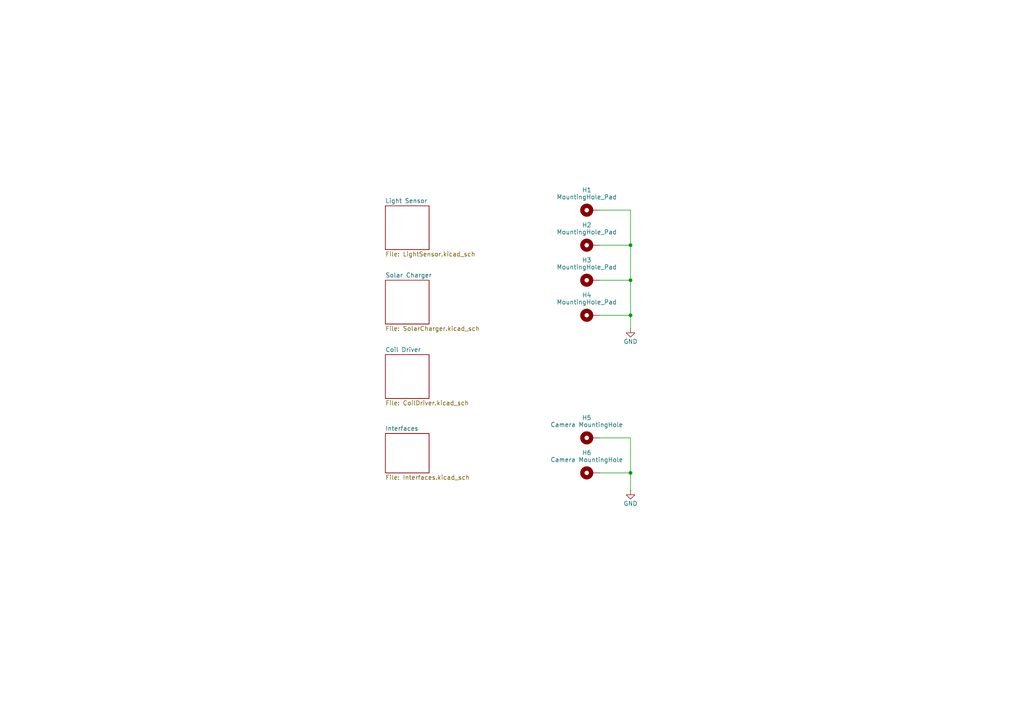
<source format=kicad_sch>
(kicad_sch (version 20250114) (generator "eeschema") (generator_version "9.0")
  (paper "A4")
  (title_block (title "Argus XY Solar Panel") (date "2025-04-20") (rev "v3.1") (company "Carnegie Mellon University") (comment 1 "N. Khera") (comment 2 "V. Rajesh"))
  (lib_symbols
    (symbol "Mechanical:MountingHole_Pad" (pin_numbers (hide yes)) (pin_names (offset 1.016) (hide yes)) (exclude_from_sim yes) (in_bom no)
      (property "Reference" "H" (at 0 6.35 0))
      (property "Value" "MountingHole_Pad" (at 0 4.445 0))
      (symbol "MountingHole_Pad_0_1"
        (circle (center 0 1.27) (radius 1.27) (stroke (width 1.27)))
      )
      (symbol "MountingHole_Pad_1_1"
        (pin input line (at 0 -2.54 90) (length 2.54) (name "1") (number "1"))
      )
    )
    (symbol "power:GND" (power) (pin_numbers (hide yes)) (pin_names (offset 0) (hide yes))
      (property "Value" "GND" (at 0 -3.81 0))
      (symbol "GND_0_1"
        (polyline (pts (xy 0 0) (xy 0 -1.27) (xy 1.27 -1.27) (xy 0 -2.54) (xy -1.27 -1.27) (xy 0 -1.27)))
      )
      (symbol "GND_1_1"
        (pin power_in line (at 0 0 270) (length 0) (name "~") (number "1"))
      )
    )
  )
  (junction (at 182.88 91.44))
  (junction (at 182.88 81.28))
  (junction (at 182.88 71.12))
  (junction (at 182.88 137.16))
  (wire (pts (xy 173.99 91.44) (xy 182.88 91.44)))
  (wire (pts (xy 182.88 127) (xy 173.99 127)))
  (wire (pts (xy 173.99 137.16) (xy 182.88 137.16)))
  (wire (pts (xy 182.88 142.24) (xy 182.88 137.16)))
  (wire (pts (xy 173.99 81.28) (xy 182.88 81.28)))
  (wire (pts (xy 182.88 81.28) (xy 182.88 71.12)))
  (wire (pts (xy 173.99 71.12) (xy 182.88 71.12)))
  (wire (pts (xy 182.88 60.96) (xy 173.99 60.96)))
  (wire (pts (xy 182.88 91.44) (xy 182.88 95.25)))
  (wire (pts (xy 182.88 91.44) (xy 182.88 81.28)))
  (wire (pts (xy 182.88 71.12) (xy 182.88 60.96)))
  (wire (pts (xy 182.88 137.16) (xy 182.88 127)))
  (symbol (lib_id "Mechanical:MountingHole_Pad") (at 171.45 60.96 90) (unit 1) (exclude_from_sim yes) (in_bom no)
    (property "Reference" "H1" (at 170.18 55.118 90))
    (property "Value" "MountingHole_Pad" (at 170.18 57.15 90))
    (property "Footprint" "Argus-Miscellaneous:MountingHole_3.2mm_5.2mm_Slot_TopBottom" (effects (hide yes)))
    (property "Description" "Mounting Hole with connection" (effects (hide yes)))
  )
  (symbol (lib_id "Mechanical:MountingHole_Pad") (at 171.45 127 90) (unit 1) (exclude_from_sim yes) (in_bom no)
    (property "Reference" "H5" (at 170.18 121.158 90))
    (property "Value" "Camera MountingHole" (at 170.18 123.19 90))
    (property "Footprint" "MountingHole:MountingHole_2.2mm_M2_DIN965_Pad_TopOnly" (effects (hide yes)))
    (property "Description" "Mounting Hole with connection" (effects (hide yes)))
  )
  (symbol (lib_id "Mechanical:MountingHole_Pad") (at 171.45 91.44 90) (unit 1) (exclude_from_sim yes) (in_bom no)
    (property "Reference" "H4" (at 170.18 85.598 90))
    (property "Value" "MountingHole_Pad" (at 170.18 87.63 90))
    (property "Footprint" "Argus-Miscellaneous:MountingHole_3.2mm_5.2mm_Slot_TopBottom" (effects (hide yes)))
    (property "Description" "Mounting Hole with connection" (effects (hide yes)))
  )
  (symbol (lib_id "Mechanical:MountingHole_Pad") (at 171.45 137.16 90) (unit 1) (exclude_from_sim yes) (in_bom no)
    (property "Reference" "H6" (at 170.18 131.318 90))
    (property "Value" "Camera MountingHole" (at 170.18 133.35 90))
    (property "Footprint" "MountingHole:MountingHole_2.2mm_M2_DIN965_Pad_TopOnly" (effects (hide yes)))
    (property "Description" "Mounting Hole with connection" (effects (hide yes)))
  )
  (symbol (lib_id "power:GND") (at 182.88 95.25 0) (unit 1)
    (property "Reference" "#PWR054" (effects (hide yes)))
    (property "Value" "GND" (at 182.88 99.06 0))
    (property "Description" "Power symbol creates a global label with name \"GND\" , ground" (effects (hide yes)))
  )
  (symbol (lib_id "Mechanical:MountingHole_Pad") (at 171.45 71.12 90) (unit 1) (exclude_from_sim yes) (in_bom no)
    (property "Reference" "H2" (at 170.18 65.278 90))
    (property "Value" "MountingHole_Pad" (at 170.18 67.31 90))
    (property "Footprint" "MountingHole:MountingHole_3.2mm_M3_DIN965_Pad_TopBottom" (effects (hide yes)))
    (property "Description" "Mounting Hole with connection" (effects (hide yes)))
  )
  (symbol (lib_id "Mechanical:MountingHole_Pad") (at 171.45 81.28 90) (unit 1) (exclude_from_sim yes) (in_bom no)
    (property "Reference" "H3" (at 170.18 75.438 90))
    (property "Value" "MountingHole_Pad" (at 170.18 77.47 90))
    (property "Footprint" "MountingHole:MountingHole_3.2mm_M3_DIN965_Pad_TopBottom" (effects (hide yes)))
    (property "Description" "Mounting Hole with connection" (effects (hide yes)))
  )
  (symbol (lib_id "power:GND") (at 182.88 142.24 0) (unit 1)
    (property "Reference" "#PWR017" (effects (hide yes)))
    (property "Value" "GND" (at 182.88 146.05 0))
    (property "Description" "Power symbol creates a global label with name \"GND\" , ground" (effects (hide yes)))
  )
  (sheet (at 111.76 59.69) (size 12.7 12.7) (stroke (width 0.1524))
    (property "Sheetname" "Light Sensor" (at 111.76 58.9784 0) (effects (justify left bottom)))
    (property "Sheetfile" "LightSensor.kicad_sch" (at 111.76 72.9746 0) (effects (justify left top)))
  )
  (sheet (at 111.76 125.73) (size 12.7 11.43) (stroke (width 0.1524))
    (property "Sheetname" "Interfaces" (at 111.76 125.0184 0) (effects (justify left bottom)))
    (property "Sheetfile" "Interfaces.kicad_sch" (at 111.76 137.7446 0) (effects (justify left top)))
  )
  (sheet (at 111.76 102.87) (size 12.7 12.7) (stroke (width 0.1524))
    (property "Sheetname" "Coil Driver" (at 111.76 102.1584 0) (effects (justify left bottom)))
    (property "Sheetfile" "CoilDriver.kicad_sch" (at 111.76 116.1546 0) (effects (justify left top)))
  )
  (sheet (at 111.76 81.28) (size 12.7 12.7) (stroke (width 0.1524))
    (property "Sheetname" "Solar Charger" (at 111.76 80.5684 0) (effects (justify left bottom)))
    (property "Sheetfile" "SolarCharger.kicad_sch" (at 111.76 94.5646 0) (effects (justify left top)))
  )
)
</source>
